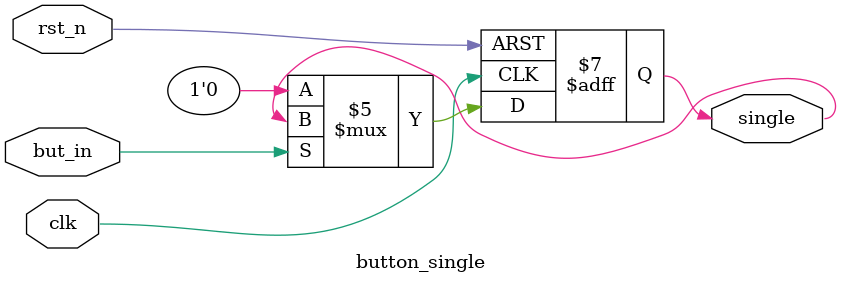
<source format=v>
`timescale 1ns / 1ps


module button_single(
    input wire but_in,
    input wire rst_n,
    input wire clk,
    output reg single
    );
    
    always @ (posedge clk or negedge rst_n)
    begin
        if(!rst_n)
            single <= 1;
        else
            if(but_in == 0)
                single <= 0;
            else
                single <= single;
    end  
    
    
endmodule

</source>
